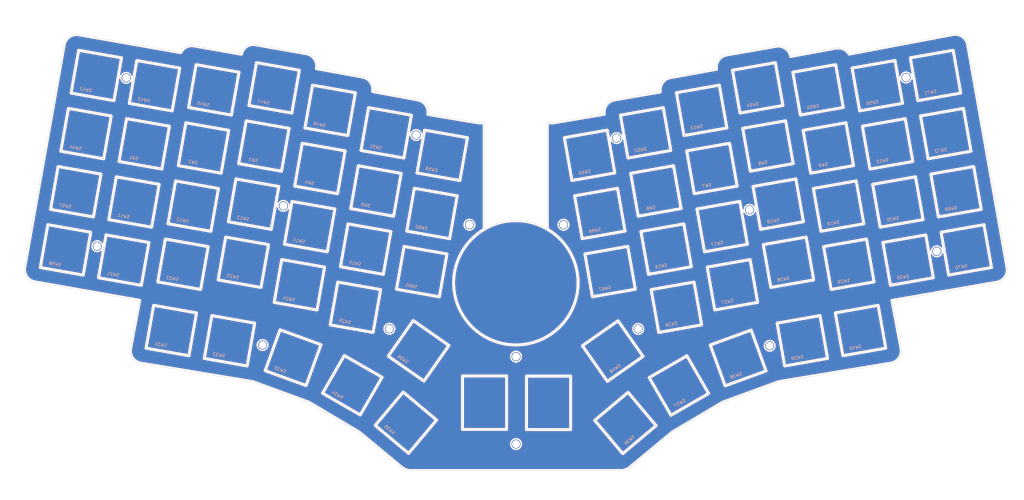
<source format=kicad_pcb>
(kicad_pcb (version 20211014) (generator pcbnew)
  (layers (0 "F.Cu" signal) (31 "B.Cu" signal) (34 "B.Paste" user) (35 "F.Paste" user) (36 "B.SilkS" user "B.Silkscreen") (37 "F.SilkS" user "F.Silkscreen") (38 "B.Mask" user) (39 "F.Mask" user) (44 "Edge.Cuts" user))
  (net 0 "")
  (footprint "fingerpunch-plates:switch-cutout-mx" (layer "F.Cu") (at 126.774152 124.627597 -10)
    (fp_text reference "SW2" (at -2.54 5.08 170) (layer "B.SilkS") (effects (justify mirror)))
    (fp_text value "SW_Push")
    (fp_line (start -7 5.6) (end -7 6.2) (layer "B.SilkS") (width 0.15))
    (fp_line (start -7 1.5) (end -7 2) (layer "B.SilkS") (width 0.15))
    (fp_line (start 7 -7) (end -7 -7) (layer "Edge.Cuts") (width 0.15))
    (fp_line (start -7 7) (end -7 -7) (layer "Edge.Cuts") (width 0.15))
    (fp_line (start 7 -7) (end 7 7) (layer "Edge.Cuts") (width 0.15))
    (fp_line (start -7 7) (end 7 7) (layer "Edge.Cuts") (width 0.15))
  )
  (footprint "fingerpunch-plates:switch-cutout-mx" (layer "F.Cu") (at 146.18009 123.987683 -10)
    (fp_text reference "SW3" (at -2.54 5.08 170) (layer "B.SilkS") (effects (justify mirror)))
    (fp_text value "SW_Push")
    (fp_line (start -7 5.6) (end -7 6.2) (layer "B.SilkS") (width 0.15))
    (fp_line (start -7 1.5) (end -7 2) (layer "B.SilkS") (width 0.15))
    (fp_line (start 7 -7) (end 7 7) (layer "Edge.Cuts") (width 0.15))
    (fp_line (start -7 7) (end 7 7) (layer "Edge.Cuts") (width 0.15))
    (fp_line (start 7 -7) (end -7 -7) (layer "Edge.Cuts") (width 0.15))
    (fp_line (start -7 7) (end -7 -7) (layer "Edge.Cuts") (width 0.15))
  )
  (footprint "fingerpunch-plates:switch-cutout-mx" (layer "F.Cu") (at 164.196842 131.226224 -10)
    (fp_text reference "SW4" (at -2.54 5.08 170) (layer "B.SilkS") (effects (justify mirror)))
    (fp_text value "SW_Push")
    (fp_line (start -7 5.6) (end -7 6.2) (layer "B.SilkS") (width 0.15))
    (fp_line (start -7 1.5) (end -7 2) (layer "B.SilkS") (width 0.15))
    (fp_line (start -7 7) (end 7 7) (layer "Edge.Cuts") (width 0.15))
    (fp_line (start 7 -7) (end -7 -7) (layer "Edge.Cuts") (width 0.15))
    (fp_line (start -7 7) (end -7 -7) (layer "Edge.Cuts") (width 0.15))
    (fp_line (start 7 -7) (end 7 7) (layer "Edge.Cuts") (width 0.15))
  )
  (footprint "fingerpunch-plates:switch-cutout-mx" (layer "F.Cu") (at 182.213597 138.464769 -10)
    (fp_text reference "SW5" (at -2.54 5.08 170) (layer "B.SilkS") (effects (justify mirror)))
    (fp_text value "SW_Push")
    (fp_line (start -7 1.5) (end -7 2) (layer "B.SilkS") (width 0.15))
    (fp_line (start -7 5.6) (end -7 6.2) (layer "B.SilkS") (width 0.15))
    (fp_line (start -7 7) (end 7 7) (layer "Edge.Cuts") (width 0.15))
    (fp_line (start 7 -7) (end -7 -7) (layer "Edge.Cuts") (width 0.15))
    (fp_line (start 7 -7) (end 7 7) (layer "Edge.Cuts") (width 0.15))
    (fp_line (start -7 7) (end -7 -7) (layer "Edge.Cuts") (width 0.15))
  )
  (footprint "fingerpunch-plates:switch-cutout-mx" (layer "F.Cu") (at 272.217944 138.460565 10)
    (fp_text reference "SW6" (at -2.54 5.08 190) (layer "B.SilkS") (effects (justify mirror)))
    (fp_text value "SW_Push")
    (fp_line (start -7 1.5) (end -7 2) (layer "B.SilkS") (width 0.15))
    (fp_line (start -7 5.6) (end -7 6.2) (layer "B.SilkS") (width 0.15))
    (fp_line (start -7 7) (end 7 7) (layer "Edge.Cuts") (width 0.15))
    (fp_line (start 7 -7) (end 7 7) (layer "Edge.Cuts") (width 0.15))
    (fp_line (start -7 7) (end -7 -7) (layer "Edge.Cuts") (width 0.15))
    (fp_line (start 7 -7) (end -7 -7) (layer "Edge.Cuts") (width 0.15))
  )
  (footprint "fingerpunch-plates:switch-cutout-mx" (layer "F.Cu") (at 290.234707 131.222025 10)
    (fp_text reference "SW7" (at -2.54 5.08 190) (layer "B.SilkS") (effects (justify mirror)))
    (fp_text value "SW_Push")
    (fp_line (start -7 1.5) (end -7 2) (layer "B.SilkS") (width 0.15))
    (fp_line (start -7 5.6) (end -7 6.2) (layer "B.SilkS") (width 0.15))
    (fp_line (start -7 7) (end 7 7) (layer "Edge.Cuts") (width 0.15))
    (fp_line (start 7 -7) (end 7 7) (layer "Edge.Cuts") (width 0.15))
    (fp_line (start -7 7) (end -7 -7) (layer "Edge.Cuts") (width 0.15))
    (fp_line (start 7 -7) (end -7 -7) (layer "Edge.Cuts") (width 0.15))
  )
  (footprint "fingerpunch-plates:switch-cutout-mx" (layer "F.Cu") (at 308.251466 123.983478 10)
    (fp_text reference "SW8" (at -2.54 5.08 190) (layer "B.SilkS") (effects (justify mirror)))
    (fp_text value "SW_Push")
    (fp_line (start -7 1.5) (end -7 2) (layer "B.SilkS") (width 0.15))
    (fp_line (start -7 5.6) (end -7 6.2) (layer "B.SilkS") (width 0.15))
    (fp_line (start 7 -7) (end -7 -7) (layer "Edge.Cuts") (width 0.15))
    (fp_line (start -7 7) (end -7 -7) (layer "Edge.Cuts") (width 0.15))
    (fp_line (start 7 -7) (end 7 7) (layer "Edge.Cuts") (width 0.15))
    (fp_line (start -7 7) (end 7 7) (layer "Edge.Cuts") (width 0.15))
  )
  (footprint "fingerpunch-plates:switch-cutout-mx" (layer "F.Cu") (at 327.657398 124.623395 10)
    (fp_text reference "SW9" (at -2.54 5.08 190) (layer "B.SilkS") (effects (justify mirror)))
    (fp_text value "SW_Push")
    (fp_line (start -7 1.5) (end -7 2) (layer "B.SilkS") (width 0.15))
    (fp_line (start -7 5.6) (end -7 6.2) (layer "B.SilkS") (width 0.15))
    (fp_line (start -7 7) (end 7 7) (layer "Edge.Cuts") (width 0.15))
    (fp_line (start -7 7) (end -7 -7) (layer "Edge.Cuts") (width 0.15))
    (fp_line (start 7 -7) (end 7 7) (layer "Edge.Cuts") (width 0.15))
    (fp_line (start 7 -7) (end -7 -7) (layer "Edge.Cuts") (width 0.15))
  )
  (footprint "fingerpunch-plates:switch-cutout-mx" (layer "F.Cu") (at 346.716044 123.293697 10)
    (fp_text reference "SW10" (at -2.54 5.08 190) (layer "B.SilkS") (effects (justify mirror)))
    (fp_text value "SW_Push")
    (fp_line (start -7 5.6) (end -7 6.2) (layer "B.SilkS") (width 0.15))
    (fp_line (start -7 1.5) (end -7 2) (layer "B.SilkS") (width 0.15))
    (fp_line (start -7 7) (end 7 7) (layer "Edge.Cuts") (width 0.15))
    (fp_line (start 7 -7) (end -7 -7) (layer "Edge.Cuts") (width 0.15))
    (fp_line (start -7 7) (end -7 -7) (layer "Edge.Cuts") (width 0.15))
    (fp_line (start 7 -7) (end 7 7) (layer "Edge.Cuts") (width 0.15))
  )
  (footprint "fingerpunch-plates:switch-cutout-mx" (layer "F.Cu") (at 104.416192 142.009236 -10)
    (fp_text reference "SW11" (at -2.54 5.08 170) (layer "B.SilkS") (effects (justify mirror)))
    (fp_text value "SW_Push")
    (fp_line (start -7 1.5) (end -7 2) (layer "B.SilkS") (width 0.15))
    (fp_line (start -7 5.6) (end -7 6.2) (layer "B.SilkS") (width 0.15))
    (fp_line (start 7 -7) (end 7 7) (layer "Edge.Cuts") (width 0.15))
    (fp_line (start -7 7) (end 7 7) (layer "Edge.Cuts") (width 0.15))
    (fp_line (start 7 -7) (end -7 -7) (layer "Edge.Cuts") (width 0.15))
    (fp_line (start -7 7) (end -7 -7) (layer "Edge.Cuts") (width 0.15))
  )
  (footprint "fingerpunch-plates:switch-cutout-mx" (layer "F.Cu") (at 123.474834 143.338936 -10)
    (fp_text reference "SW12" (at -2.54 5.08 170) (layer "B.SilkS") (effects (justify mirror)))
    (fp_text value "SW_Push")
    (fp_line (start -7 5.6) (end -7 6.2) (layer "B.SilkS") (width 0.15))
    (fp_line (start -7 1.5) (end -7 2) (layer "B.SilkS") (width 0.15))
    (fp_line (start -7 7) (end -7 -7) (layer "Edge.Cuts") (width 0.15))
    (fp_line (start 7 -7) (end 7 7) (layer "Edge.Cuts") (width 0.15))
    (fp_line (start -7 7) (end 7 7) (layer "Edge.Cuts") (width 0.15))
    (fp_line (start 7 -7) (end -7 -7) (layer "Edge.Cuts") (width 0.15))
  )
  (footprint "fingerpunch-plates:switch-cutout-mx" (layer "F.Cu") (at 142.880777 142.699023 -10)
    (fp_text reference "SW13" (at -2.54 5.08 170) (layer "B.SilkS") (effects (justify mirror)))
    (fp_text value "SW_Push")
    (fp_line (start -7 1.5) (end -7 2) (layer "B.SilkS") (width 0.15))
    (fp_line (start -7 5.6) (end -7 6.2) (layer "B.SilkS") (width 0.15))
    (fp_line (start 7 -7) (end 7 7) (layer "Edge.Cuts") (width 0.15))
    (fp_line (start -7 7) (end 7 7) (layer "Edge.Cuts") (width 0.15))
    (fp_line (start 7 -7) (end -7 -7) (layer "Edge.Cuts") (width 0.15))
    (fp_line (start -7 7) (end -7 -7) (layer "Edge.Cuts") (width 0.15))
  )
  (footprint "fingerpunch-plates:switch-cutout-mx" (layer "F.Cu") (at 160.897528 149.937574 -10)
    (fp_text reference "SW14" (at -2.54 5.08 170) (layer "B.SilkS") (effects (justify mirror)))
    (fp_text value "SW_Push")
    (fp_line (start -7 5.6) (end -7 6.2) (layer "B.SilkS") (width 0.15))
    (fp_line (start -7 1.5) (end -7 2) (layer "B.SilkS") (width 0.15))
    (fp_line (start -7 7) (end -7 -7) (layer "Edge.Cuts") (width 0.15))
    (fp_line (start -7 7) (end 7 7) (layer "Edge.Cuts") (width 0.15))
    (fp_line (start 7 -7) (end -7 -7) (layer "Edge.Cuts") (width 0.15))
    (fp_line (start 7 -7) (end 7 7) (layer "Edge.Cuts") (width 0.15))
  )
  (footprint "fingerpunch-plates:switch-cutout-mx" (layer "F.Cu") (at 178.914286 157.176126 -10)
    (fp_text reference "SW15" (at -2.54 5.08 170) (layer "B.SilkS") (effects (justify mirror)))
    (fp_text value "SW_Push")
    (fp_line (start -7 1.5) (end -7 2) (layer "B.SilkS") (width 0.15))
    (fp_line (start -7 5.6) (end -7 6.2) (layer "B.SilkS") (width 0.15))
    (fp_line (start 7 -7) (end -7 -7) (layer "Edge.Cuts") (width 0.15))
    (fp_line (start -7 7) (end -7 -7) (layer "Edge.Cuts") (width 0.15))
    (fp_line (start 7 -7) (end 7 7) (layer "Edge.Cuts") (width 0.15))
    (fp_line (start -7 7) (end 7 7) (layer "Edge.Cuts") (width 0.15))
  )
  (footprint "fingerpunch-plates:switch-cutout-mx" (layer "F.Cu") (at 275.517263 157.171917 10)
    (fp_text reference "SW16" (at -2.54 5.08 190) (layer "B.SilkS") (effects (justify mirror)))
    (fp_text value "SW_Push")
    (fp_line (start -7 1.5) (end -7 2) (layer "B.SilkS") (width 0.15))
    (fp_line (start -7 5.6) (end -7 6.2) (layer "B.SilkS") (width 0.15))
    (fp_line (start 7 -7) (end 7 7) (layer "Edge.Cuts") (width 0.15))
    (fp_line (start -7 7) (end -7 -7) (layer "Edge.Cuts") (width 0.15))
    (fp_line (start -7 7) (end 7 7) (layer "Edge.Cuts") (width 0.15))
    (fp_line (start 7 -7) (end -7 -7) (layer "Edge.Cuts") (width 0.15))
  )
  (footprint "fingerpunch-plates:switch-cutout-mx" (layer "F.Cu") (at 293.534023 149.933374 10)
    (fp_text reference "SW17" (at -2.54 5.08 190) (layer "B.SilkS") (effects (justify mirror)))
    (fp_text value "SW_Push")
    (fp_line (start -7 5.6) (end -7 6.2) (layer "B.SilkS") (width 0.15))
    (fp_line (start -7 1.5) (end -7 2) (layer "B.SilkS") (width 0.15))
    (fp_line (start -7 7) (end -7 -7) (layer "Edge.Cuts") (width 0.15))
    (fp_line (start -7 7) (end 7 7) (layer "Edge.Cuts") (width 0.15))
    (fp_line (start 7 -7) (end -7 -7) (layer "Edge.Cuts") (width 0.15))
    (fp_line (start 7 -7) (end 7 7) (layer "Edge.Cuts") (width 0.15))
  )
  (footprint "fingerpunch-plates:switch-cutout-mx" (layer "F.Cu") (at 311.550773 142.694821 10)
    (fp_text reference "SW18" (at -2.54 5.08 190) (layer "B.SilkS") (effects (justify mirror)))
    (fp_text value "SW_Push")
    (fp_line (start -7 1.5) (end -7 2) (layer "B.SilkS") (width 0.15))
    (fp_line (start -7 5.6) (end -7 6.2) (layer "B.SilkS") (width 0.15))
    (fp_line (start -7 7) (end 7 7) (layer "Edge.Cuts") (width 0.15))
    (fp_line (start -7 7) (end -7 -7) (layer "Edge.Cuts") (width 0.15))
    (fp_line (start 7 -7) (end -7 -7) (layer "Edge.Cuts") (width 0.15))
    (fp_line (start 7 -7) (end 7 7) (layer "Edge.Cuts") (width 0.15))
  )
  (footprint "fingerpunch-plates:switch-cutout-mx" (layer "F.Cu") (at 330.956722 143.33474 10)
    (fp_text reference "SW19" (at -2.54 5.08 190) (layer "B.SilkS") (effects (justify mirror)))
    (fp_text value "SW_Push")
    (fp_line (start -7 5.6) (end -7 6.2) (layer "B.SilkS") (width 0.15))
    (fp_line (start -7 1.5) (end -7 2) (layer "B.SilkS") (width 0.15))
    (fp_line (start -7 7) (end 7 7) (layer "Edge.Cuts") (width 0.15))
    (fp_line (start -7 7) (end -7 -7) (layer "Edge.Cuts") (width 0.15))
    (fp_line (start 7 -7) (end 7 7) (layer "Edge.Cuts") (width 0.15))
    (fp_line (start 7 -7) (end -7 -7) (layer "Edge.Cuts") (width 0.15))
  )
  (footprint "fingerpunch-plates:switch-cutout-mx" (layer "F.Cu") (at 350.015356 142.00504 10)
    (fp_text reference "SW20" (at -2.54 5.08 190) (layer "B.SilkS") (effects (justify mirror)))
    (fp_text value "SW_Push")
    (fp_line (start -7 5.6) (end -7 6.2) (layer "B.SilkS") (width 0.15))
    (fp_line (start -7 1.5) (end -7 2) (layer "B.SilkS") (width 0.15))
    (fp_line (start 7 -7) (end 7 7) (layer "Edge.Cuts") (width 0.15))
    (fp_line (start -7 7) (end -7 -7) (layer "Edge.Cuts") (width 0.15))
    (fp_line (start -7 7) (end 7 7) (layer "Edge.Cuts") (width 0.15))
    (fp_line (start 7 -7) (end -7 -7) (layer "Edge.Cuts") (width 0.15))
  )
  (footprint "fingerpunch-plates:switch-cutout-mx" (layer "F.Cu") (at 101.116872 160.720587 -10)
    (fp_text reference "SW21" (at -2.54 5.08 170) (layer "B.SilkS") (effects (justify mirror)))
    (fp_text value "SW_Push")
    (fp_line (start -7 5.6) (end -7 6.2) (layer "B.SilkS") (width 0.15))
    (fp_line (start -7 1.5) (end -7 2) (layer "B.SilkS") (width 0.15))
    (fp_line (start -7 7) (end -7 -7) (layer "Edge.Cuts") (width 0.15))
    (fp_line (start 7 -7) (end -7 -7) (layer "Edge.Cuts") (width 0.15))
    (fp_line (start 7 -7) (end 7 7) (layer "Edge.Cuts") (width 0.15))
    (fp_line (start -7 7) (end 7 7) (layer "Edge.Cuts") (width 0.15))
  )
  (footprint "fingerpunch-plates:switch-cutout-mx" (layer "F.Cu") (at 120.175522 162.050287 -10)
    (fp_text reference "SW22" (at -2.54 5.08 170) (layer "B.SilkS") (effects (justify mirror)))
    (fp_text value "SW_Push")
    (fp_line (start -7 5.6) (end -7 6.2) (layer "B.SilkS") (width 0.15))
    (fp_line (start -7 1.5) (end -7 2) (layer "B.SilkS") (width 0.15))
    (fp_line (start 7 -7) (end -7 -7) (layer "Edge.Cuts") (width 0.15))
    (fp_line (start 7 -7) (end 7 7) (layer "Edge.Cuts") (width 0.15))
    (fp_line (start -7 7) (end -7 -7) (layer "Edge.Cuts") (width 0.15))
    (fp_line (start -7 7) (end 7 7) (layer "Edge.Cuts") (width 0.15))
  )
  (footprint "fingerpunch-plates:switch-cutout-mx" (layer "F.Cu") (at 139.58146 161.410366 -10)
    (fp_text reference "SW23" (at -2.54 5.08 170) (layer "B.SilkS") (effects (justify mirror)))
    (fp_text value "SW_Push")
    (fp_line (start -7 5.6) (end -7 6.2) (layer "B.SilkS") (width 0.15))
    (fp_line (start -7 1.5) (end -7 2) (layer "B.SilkS") (width 0.15))
    (fp_line (start -7 7) (end -7 -7) (layer "Edge.Cuts") (width 0.15))
    (fp_line (start -7 7) (end 7 7) (layer "Edge.Cuts") (width 0.15))
    (fp_line (start 7 -7) (end -7 -7) (layer "Edge.Cuts") (width 0.15))
    (fp_line (start 7 -7) (end 7 7) (layer "Edge.Cuts") (width 0.15))
  )
  (footprint "fingerpunch-plates:switch-cutout-mx" (layer "F.Cu") (at 157.598212 168.648912 -10)
    (fp_text reference "SW24" (at -2.54 5.08 170) (layer "B.SilkS") (effects (justify mirror)))
    (fp_text value "SW_Push")
    (fp_line (start -7 5.6) (end -7 6.2) (layer "B.SilkS") (width 0.15))
    (fp_line (start -7 1.5) (end -7 2) (layer "B.SilkS") (width 0.15))
    (fp_line (start 7 -7) (end 7 7) (layer "Edge.Cuts") (width 0.15))
    (fp_line (start -7 7) (end -7 -7) (layer "Edge.Cuts") (width 0.15))
    (fp_line (start -7 7) (end 7 7) (layer "Edge.Cuts") (width 0.15))
    (fp_line (start 7 -7) (end -7 -7) (layer "Edge.Cuts") (width 0.15))
  )
  (footprint "fingerpunch-plates:switch-cutout-mx" (layer "F.Cu") (at 175.614972 175.887463 -10)
    (fp_text reference "SW25" (at -2.54 5.08 170) (layer "B.SilkS") (effects (justify mirror)))
    (fp_text value "SW_Push")
    (fp_line (start -7 5.6) (end -7 6.2) (layer "B.SilkS") (width 0.15))
    (fp_line (start -7 1.5) (end -7 2) (layer "B.SilkS") (width 0.15))
    (fp_line (start 7 -7) (end 7 7) (layer "Edge.Cuts") (width 0.15))
    (fp_line (start -7 7) (end -7 -7) (layer "Edge.Cuts") (width 0.15))
    (fp_line (start 7 -7) (end -7 -7) (layer "Edge.Cuts") (width 0.15))
    (fp_line (start -7 7) (end 7 7) (layer "Edge.Cuts") (width 0.15))
  )
  (footprint "fingerpunch-plates:switch-cutout-mx" (layer "F.Cu") (at 278.816589 175.883267 10)
    (fp_text reference "SW26" (at -2.54 5.08 190) (layer "B.SilkS") (effects (justify mirror)))
    (fp_text value "SW_Push")
    (fp_line (start -7 5.6) (end -7 6.2) (layer "B.SilkS") (width 0.15))
    (fp_line (start -7 1.5) (end -7 2) (layer "B.SilkS") (width 0.15))
    (fp_line (start -7 7) (end -7 -7) (layer "Edge.Cuts") (width 0.15))
    (fp_line (start -7 7) (end 7 7) (layer "Edge.Cuts") (width 0.15))
    (fp_line (start 7 -7) (end 7 7) (layer "Edge.Cuts") (width 0.15))
    (fp_line (start 7 -7) (end -7 -7) (layer "Edge.Cuts") (width 0.15))
  )
  (footprint "fingerpunch-plates:switch-cutout-mx" (layer "F.Cu") (at 296.833333 168.644718 10)
    (fp_text reference "SW27" (at -2.54 5.08 190) (layer "B.SilkS") (effects (justify mirror)))
    (fp_text value "SW_Push")
    (fp_line (start -7 1.5) (end -7 2) (layer "B.SilkS") (width 0.15))
    (fp_line (start -7 5.6) (end -7 6.2) (layer "B.SilkS") (width 0.15))
    (fp_line (start 7 -7) (end 7 7) (layer "Edge.Cuts") (width 0.15))
    (fp_line (start -7 7) (end -7 -7) (layer "Edge.Cuts") (width 0.15))
    (fp_line (start 7 -7) (end -7 -7) (layer "Edge.Cuts") (width 0.15))
    (fp_line (start -7 7) (end 7 7) (layer "Edge.Cuts") (width 0.15))
  )
  (footprint "fingerpunch-plates:switch-cutout-mx" (layer "F.Cu") (at 314.850088 161.406176 10)
    (fp_text reference "SW28" (at -2.54 5.08 190) (layer "B.SilkS") (effects (justify mirror)))
    (fp_text value "SW_Push")
    (fp_line (start -7 5.6) (end -7 6.2) (layer "B.SilkS") (width 0.15))
    (fp_line (start -7 1.5) (end -7 2) (layer "B.SilkS") (width 0.15))
    (fp_line (start -7 7) (end 7 7) (layer "Edge.Cuts") (width 0.15))
    (fp_line (start 7 -7) (end 7 7) (layer "Edge.Cuts") (width 0.15))
    (fp_line (start 7 -7) (end -7 -7) (layer "Edge.Cuts") (width 0.15))
    (fp_line (start -7 7) (end -7 -7) (layer "Edge.Cuts") (width 0.15))
  )
  (footprint "fingerpunch-plates:switch-cutout-mx" (layer "F.Cu") (at 334.256032 162.046088 10)
    (fp_text reference "SW29" (at -2.54 5.08 190) (layer "B.SilkS") (effects (justify mirror)))
    (fp_text value "SW_Push")
    (fp_line (start -7 5.6) (end -7 6.2) (layer "B.SilkS") (width 0.15))
    (fp_line (start -7 1.5) (end -7 2) (layer "B.SilkS") (width 0.15))
    (fp_line (start -7 7) (end 7 7) (layer "Edge.Cuts") (width 0.15))
    (fp_line (start 7 -7) (end 7 7) (layer "Edge.Cuts") (width 0.15))
    (fp_line (start 7 -7) (end -7 -7) (layer "Edge.Cuts") (width 0.15))
    (fp_line (start -7 7) (end -7 -7) (layer "Edge.Cuts") (width 0.15))
  )
  (footprint "fingerpunch-plates:switch-cutout-mx" (layer "F.Cu") (at 353.314669 160.716386 10)
    (fp_text reference "SW30" (at -2.54 5.08 190) (layer "B.SilkS") (effects (justify mirror)))
    (fp_text value "SW_Push")
    (fp_line (start -7 1.5) (end -7 2) (layer "B.SilkS") (width 0.15))
    (fp_line (start -7 5.6) (end -7 6.2) (layer "B.SilkS") (width 0.15))
    (fp_line (start 7 -7) (end -7 -7) (layer "Edge.Cuts") (width 0.15))
    (fp_line (start -7 7) (end 7 7) (layer "Edge.Cuts") (width 0.15))
    (fp_line (start 7 -7) (end 7 7) (layer "Edge.Cuts") (width 0.15))
    (fp_line (start -7 7) (end -7 -7) (layer "Edge.Cuts") (width 0.15))
  )
  (footprint "fingerpunch-plates:switch-cutout-mx" (layer "F.Cu") (at 116.414301 183.381224 -10)
    (fp_text reference "SW31" (at -2.54 5.08 170) (layer "B.SilkS") (effects (justify mirror)))
    (fp_text value "SW_Push")
    (fp_line (start -7 5.6) (end -7 6.2) (layer "B.SilkS") (width 0.15))
    (fp_line (start -7 1.5) (end -7 2) (layer "B.SilkS") (width 0.15))
    (fp_line (start -7 7) (end 7 7) (layer "Edge.Cuts") (width 0.15))
    (fp_line (start -7 7) (end -7 -7) (layer "Edge.Cuts") (width 0.15))
    (fp_line (start 7 -7) (end -7 -7) (layer "Edge.Cuts") (width 0.15))
    (fp_line (start 7 -7) (end 7 7) (layer "Edge.Cuts") (width 0.15))
  )
  (footprint "fingerpunch-plates:switch-cutout-mx" (layer "F.Cu") (at 135.125646 186.680538 -10)
    (fp_text reference "SW32" (at -2.54 5.08 170) (layer "B.SilkS") (effects (justify mirror)))
    (fp_text value "SW_Push")
    (fp_line (start -7 5.6) (end -7 6.2) (layer "B.SilkS") (width 0.15))
    (fp_line (start -7 1.5) (end -7 2) (layer "B.SilkS") (width 0.15))
    (fp_line (start -7 7) (end 7 7) (layer "Edge.Cuts") (width 0.15))
    (fp_line (start 7 -7) (end 7 7) (layer "Edge.Cuts") (width 0.15))
    (fp_line (start -7 7) (end -7 -7) (layer "Edge.Cuts") (width 0.15))
    (fp_line (start 7 -7) (end -7 -7) (layer "Edge.Cuts") (width 0.15))
  )
  (footprint "fingerpunch-plates:switch-cutout-mx" (layer "F.Cu") (at 155.567905 192.112817 -20)
    (fp_text reference "SW33" (at -2.54 5.08 160) (layer "B.SilkS") (effects (justify mirror)))
    (fp_text value "SW_Push")
    (fp_line (start -7 5.6) (end -7 6.2) (layer "B.SilkS") (width 0.15))
    (fp_line (start -7 1.5) (end -7 2) (layer "B.SilkS") (width 0.15))
    (fp_line (start 7 -7) (end 7 7) (layer "Edge.Cuts") (width 0.15))
    (fp_line (start -7 7) (end -7 -7) (layer "Edge.Cuts") (width 0.15))
    (fp_line (start 7 -7) (end -7 -7) (layer "Edge.Cuts") (width 0.15))
    (fp_line (start -7 7) (end 7 7) (layer "Edge.Cuts") (width 0.15))
  )
  (footprint "fingerpunch-plates:switch-cutout-mx" (layer "F.Cu") (at 262.419939 213.129923 40)
    (fp_text reference "SW36" (at -2.54 5.08 220) (layer "B.SilkS") (effects (justify mirror)))
    (fp_text value "SW_Push")
    (fp_line (start -7 5.6) (end -7 6.2) (layer "B.SilkS") (width 0.15))
    (fp_line (start -7 1.5) (end -7 2) (layer "B.SilkS") (width 0.15))
    (fp_line (start -7 7) (end 7 7) (layer "Edge.Cuts") (width 0.15))
    (fp_line (start 7 -7) (end -7 -7) (layer "Edge.Cuts") (width 0.15))
    (fp_line (start 7 -7) (end 7 7) (layer "Edge.Cuts") (width 0.15))
    (fp_line (start -7 7) (end -7 -7) (layer "Edge.Cuts") (width 0.15))
  )
  (footprint "fingerpunch-plates:switch-cutout-mx" (layer "F.Cu") (at 279.622135 201.084819 30)
    (fp_text reference "SW37" (at -2.54 5.08 210) (layer "B.SilkS") (effects (justify mirror)))
    (fp_text value "SW_Push")
    (fp_line (start -7 1.5) (end -7 2) (layer "B.SilkS") (width 0.15))
    (fp_line (start -7 5.6) (end -7 6.2) (layer "B.SilkS") (width 0.15))
    (fp_line (start -7 7) (end 7 7) (layer "Edge.Cuts") (width 0.15))
    (fp_line (start 7 -7) (end 7 7) (layer "Edge.Cuts") (width 0.15))
    (fp_line (start 7 -7) (end -7 -7) (layer "Edge.Cuts") (width 0.15))
    (fp_line (start -7 7) (end -7 -7) (layer "Edge.Cuts") (width 0.15))
  )
  (footprint "fingerpunch-plates:switch-cutout-mx" (layer "F.Cu") (at 298.668056 192.206233 20)
    (fp_text reference "SW38" (at -2.54 5.08 200) (layer "B.SilkS") (effects (justify mirror)))
    (fp_text value "SW_Push")
    (fp_line (start -7 5.6) (end -7 6.2) (layer "B.SilkS") (width 0.15))
    (fp_line (start -7 1.5) (end -7 2) (layer "B.SilkS") (width 0.15))
    (fp_line (start -7 7) (end -7 -7) (layer "Edge.Cuts") (width 0.15))
    (fp_line (start 7 -7) (end -7 -7) (layer "Edge.Cuts") (width 0.15))
    (fp_line (start -7 7) (end 7 7) (layer "Edge.Cuts") (width 0.15))
    (fp_line (start 7 -7) (end 7 7) (layer "Edge.Cuts") (width 0.15))
  )
  (footprint "fingerpunch-plates:switch-cutout-mx" (layer "F.Cu") (at 319.305902 186.676344 10)
    (fp_text reference "SW39" (at -2.54 5.08 190) (layer "B.SilkS") (effects (justify mirror)))
    (fp_text value "SW_Push")
    (fp_line (start -7 1.5) (end -7 2) (layer "B.SilkS") (width 0.15))
    (fp_line (start -7 5.6) (end -7 6.2) (layer "B.SilkS") (width 0.15))
    (fp_line (start 7 -7) (end -7 -7) (layer "Edge.Cuts") (width 0.15))
    (fp_line (start 7 -7) (end 7 7) (layer "Edge.Cuts") (width 0.15))
    (fp_line (start -7 7) (end 7 7) (layer "Edge.Cuts") (width 0.15))
    (fp_line (start -7 7) (end -7 -7) (layer "Edge.Cuts") (width 0.15))
  )
  (footprint "fingerpunch-plates:switch-cutout-mx" (layer "F.Cu") (at 338.017252 183.377025 10)
    (fp_text reference "SW40" (at -2.54 5.08 190) (layer "B.SilkS") (effects (justify mirror)))
    (fp_text value "SW_Push")
    (fp_line (start -7 1.5) (end -7 2) (layer "B.SilkS") (width 0.15))
    (fp_line (start -7 5.6) (end -7 6.2) (layer "B.SilkS") (width 0.15))
    (fp_line (start -7 7) (end -7 -7) (layer "Edge.Cuts") (width 0.15))
    (fp_line (start 7 -7) (end -7 -7) (layer "Edge.Cuts") (width 0.15))
    (fp_line (start 7 -7) (end 7 7) (layer "Edge.Cuts") (width 0.15))
    (fp_line (start -7 7) (end 7 7) (layer "Edge.Cuts") (width 0.15))
  )
  (footprint "fingerpunch-plates:switch-cutout-mx" (layer "F.Cu") (at 107.715506 123.297886 -10)
    (fp_text reference "SW1" (at -2.54 5.08 170) (layer "B.SilkS") (effects (justify mirror)))
    (fp_text value "SW_Push")
    (fp_line (start -7 1.5) (end -7 2) (layer "B.SilkS") (width 0.15))
    (fp_line (start -7 5.6) (end -7 6.2) (layer "B.SilkS") (width 0.15))
    (fp_line (start 7 -7) (end 7 7) (layer "Edge.Cuts") (width 0.15))
    (fp_line (start 7 -7) (end -7 -7) (layer "Edge.Cuts") (width 0.15))
    (fp_line (start -7 7) (end -7 -7) (layer "Edge.Cuts") (width 0.15))
    (fp_line (start -7 7) (end 7 7) (layer "Edge.Cuts") (width 0.15))
  )
  (footprint "fingerpunch-plates:switch-cutout-mx" (layer "F.Cu") (at 111.014822 104.586544 -10)
    (fp_text reference "SW43" (at -2.54 5.08 170) (layer "B.SilkS") (effects (justify mirror)))
    (fp_text value "SW_Push")
    (fp_line (start -7 1.5) (end -7 2) (layer "B.SilkS") (width 0.15))
    (fp_line (start -7 5.6) (end -7 6.2) (layer "B.SilkS") (width 0.15))
    (fp_line (start 7 -7) (end -7 -7) (layer "Edge.Cuts") (width 0.15))
    (fp_line (start 7 -7) (end 7 7) (layer "Edge.Cuts") (width 0.15))
    (fp_line (start -7 7) (end -7 -7) (layer "Edge.Cuts") (width 0.15))
    (fp_line (start -7 7) (end 7 7) (layer "Edge.Cuts") (width 0.15))
  )
  (footprint "fingerpunch-plates:switch-cutout-mx" (layer "F.Cu") (at 130.073467 105.91625 -10)
    (fp_text reference "SW45" (at -2.54 5.08 170) (layer "B.SilkS") (effects (justify mirror)))
    (fp_text value "SW_Push")
    (fp_line (start -7 1.5) (end -7 2) (layer "B.SilkS") (width 0.15))
    (fp_line (start -7 5.6) (end -7 6.2) (layer "B.SilkS") (width 0.15))
    (fp_line (start -7 7) (end -7 -7) (layer "Edge.Cuts") (width 0.15))
    (fp_line (start 7 -7) (end -7 -7) (layer "Edge.Cuts") (width 0.15))
    (fp_line (start 7 -7) (end 7 7) (layer "Edge.Cuts") (width 0.15))
    (fp_line (start -7 7) (end 7 7) (layer "Edge.Cuts") (width 0.15))
  )
  (footprint "fingerpunch-plates:switch-cutout-mx" (layer "F.Cu") (at 149.479406 105.276331 -10)
    (fp_text reference "SW47" (at -2.54 5.08 170) (layer "B.SilkS") (effects (justify mirror)))
    (fp_text value "SW_Push")
    (fp_line (start -7 1.5) (end -7 2) (layer "B.SilkS") (width 0.15))
    (fp_line (start -7 5.6) (end -7 6.2) (layer "B.SilkS") (width 0.15))
    (fp_line (start -7 7) (end -7 -7) (layer "Edge.Cuts") (width 0.15))
    (fp_line (start 7 -7) (end -7 -7) (layer "Edge.Cuts") (width 0.15))
    (fp_line (start 7 -7) (end 7 7) (layer "Edge.Cuts") (width 0.15))
    (fp_line (start -7 7) (end 7 7) (layer "Edge.Cuts") (width 0.15))
  )
  (footprint "fingerpunch-plates:switch-cutout-mx" (layer "F.Cu") (at 258.33921 189.986939 35)
    (fp_text reference "SW48" (at -2.54 5.08 215) (layer "B.SilkS") (effects (justify mirror)))
    (fp_text value "SW_Push")
    (fp_line (start -7 5.6) (end -7 6.2) (layer "B.SilkS") (width 0.15))
    (fp_line (start -7 1.5) (end -7 2) (layer "B.SilkS") (width 0.15))
    (fp_line (start -7 7) (end 7 7) (layer "Edge.Cuts") (width 0.15))
    (fp_line (start 7 -7) (end -7 -7) (layer "Edge.Cuts") (width 0.15))
    (fp_line (start -7 7) (end -7 -7) (layer "Edge.Cuts") (width 0.15))
    (fp_line (start 7 -7) (end 7 7) (layer "Edge.Cuts") (width 0.15))
  )
  (footprint "fingerpunch-plates:switch-cutout-mx" (layer "F.Cu") (at 167.496152 112.514878 -10)
    (fp_text reference "SW49" (at -2.54 5.08 170) (layer "B.SilkS") (effects (justify mirror)))
    (fp_text value "SW_Push")
    (fp_line (start -7 5.6) (end -7 6.2) (layer "B.SilkS") (width 0.15))
    (fp_line (start -7 1.5) (end -7 2) (layer "B.SilkS") (width 0.15))
    (fp_line (start -7 7) (end 7 7) (layer "Edge.Cuts") (width 0.15))
    (fp_line (start 7 -7) (end 7 7) (layer "Edge.Cuts") (width 0.15))
    (fp_line (start -7 7) (end -7 -7) (layer "Edge.Cuts") (width 0.15))
    (fp_line (start 7 -7) (end -7 -7) (layer "Edge.Cuts") (width 0.15))
  )
  (footprint "fingerpunch-plates:switch-cutout-mx" (layer "F.Cu") (at 343.416731 104.582347 10)
    (fp_text reference "SW50" (at -2.54 5.08 190) (layer "B.SilkS") (effects (justify mirror)))
    (fp_text value "SW_Push")
    (fp_line (start -7 1.5) (end -7 2) (layer "B.SilkS") (width 0.15))
    (fp_line (start -7 5.6) (end -7 6.2) (layer "B.SilkS") (width 0.15))
    (fp_line (start -7 7) (end -7 -7) (layer "Edge.Cuts") (width 0.15))
    (fp_line (start -7 7) (end 7 7) (layer "Edge.Cuts") (width 0.15))
    (fp_line (start 7 -7) (end -7 -7) (layer "Edge.Cuts") (width 0.15))
    (fp_line (start 7 -7) (end 7 7) (layer "Edge.Cuts") (width 0.15))
  )
  (footprint "fingerpunch-plates:switch-cutout-mx" (layer "F.Cu") (at 268.918641 119.749219 10)
    (fp_text reference "SW52" (at -2.54 5.08 190) (layer "B.SilkS") (effects (justify mirror)))
    (fp_text value "SW_Push")
    (fp_line (start -7 5.6) (end -7 6.2) (layer "B.SilkS") (width 0.15))
    (fp_line (start -7 1.5) (end -7 2) (layer "B.SilkS") (width 0.15))
    (fp_line (start 7 -7) (end -7 -7) (layer "Edge.Cuts") (width 0.15))
    (fp_line (start -7 7) (end 7 7) (layer "Edge.Cuts") (width 0.15))
    (fp_line (start 7 -7) (end 7 7) (layer "Edge.Cuts") (width 0.15))
    (fp_line (start -7 7) (end -7 -7) (layer "Edge.Cuts") (width 0.15))
  )
  (footprint "fingerpunch-plates:switch-cutout-mx" (layer "F.Cu") (at 286.935399 112.51068 10)
    (fp_text reference "SW53" (at -2.54 5.08 190) (layer "B.SilkS") (effects (justify mirror)))
    (fp_text value "SW_Push")
    (fp_line (start -7 5.6) (end -7 6.2) (layer "B.SilkS") (width 0.15))
    (fp_line (start -7 1.5) (end -7 2) (layer "B.SilkS") (width 0.15))
    (fp_line (start 7 -7) (end 7 7) (layer "Edge.Cuts") (width 0.15))
    (fp_line (start -7 7) (end -7 -7) (layer "Edge.Cuts") (width 0.15))
    (fp_line (start 7 -7) (end -7 -7) (layer "Edge.Cuts") (width 0.15))
    (fp_line (start -7 7) (end 7 7) (layer "Edge.Cuts") (width 0.15))
  )
  (footprint "fingerpunch-plates:switch-cutout-mx" (layer "F.Cu") (at 304.952143 105.272139 10)
    (fp_text reference "SW54" (at -2.54 5.08 190) (layer "B.SilkS") (effects (justify mirror)))
    (fp_text value "SW_Push")
    (fp_line (start -7 1.5) (end -7 2) (layer "B.SilkS") (width 0.15))
    (fp_line (start -7 5.6) (end -7 6.2) (layer "B.SilkS") (width 0.15))
    (fp_line (start 7 -7) (end -7 -7) (layer "Edge.Cuts") (width 0.15))
    (fp_line (start -7 7) (end -7 -7) (layer "Edge.Cuts") (width 0.15))
    (fp_line (start 7 -7) (end 7 7) (layer "Edge.Cuts") (width 0.15))
    (fp_line (start -7 7) (end 7 7) (layer "Edge.Cuts") (width 0.15))
  )
  (footprint "fingerpunch-plates:switch-cutout-mx" (layer "F.Cu") (at 324.358086 105.912054 10)
    (fp_text reference "SW55" (at -2.54 5.08 190) (layer "B.SilkS") (effects (justify mirror)))
    (fp_text value "SW_Push")
    (fp_line (start -7 5.6) (end -7 6.2) (layer "B.SilkS") (width 0.15))
    (fp_line (start -7 1.5) (end -7 2) (layer "B.SilkS") (width 0.15))
    (fp_line (start 7 -7) (end -7 -7) (layer "Edge.Cuts") (width 0.15))
    (fp_line (start 7 -7) (end 7 7) (layer "Edge.Cuts") (width 0.15))
    (fp_line (start -7 7) (end 7 7) (layer "Edge.Cuts") (width 0.15))
    (fp_line (start -7 7) (end -7 -7) (layer "Edge.Cuts") (width 0.15))
  )
  (footprint "fingerpunch-plates:switch-cutout-mx" (layer "F.Cu") (at 185.512913 119.753423 -10)
    (fp_text reference "SW51" (at -2.54 5.08 170) (layer "B.SilkS") (effects (justify mirror)))
    (fp_text value "SW_Push")
    (fp_line (start -7 1.5) (end -7 2) (layer "B.SilkS") (width 0.15))
    (fp_line (start -7 5.6) (end -7 6.2) (layer "B.SilkS") (width 0.15))
    (fp_line (start -7 7) (end -7 -7) (layer "Edge.Cuts") (width 0.15))
    (fp_line (start 7 -7) (end -7 -7) (layer "Edge.Cuts") (width 0.15))
    (fp_line (start -7 7) (end 7 7) (layer "Edge.Cuts") (width 0.15))
    (fp_line (start 7 -7) (end 7 7) (layer "Edge.Cuts") (width 0.15))
  )
  (footprint "fingerpunch-plates:switch-cutout-mx" (layer "F.Cu") (at 92.303477 101.287232 -10)
    (fp_text reference "SW42" (at -2.54 5.08 170) (layer "B.SilkS") (effects (justify mirror)))
    (fp_text value "SW_Push")
    (fp_line (start -7 5.6) (end -7 6.2) (layer "B.SilkS") (width 0.15))
    (fp_line (start -7 1.5) (end -7 2) (layer "B.SilkS") (width 0.15))
    (fp_line (start -7 7) (end 7 7) (layer "Edge.Cuts") (width 0.15))
    (fp_line (start 7 -7) (end -7 -7) (layer "Edge.Cuts") (width 0.15))
    (fp_line (start 7 -7) (end 7 7) (layer "Edge.Cuts") (width 0.15))
    (fp_line (start -7 7) (end -7 -7) (layer "Edge.Cuts") (width 0.15))
  )
  (footprint "fingerpunch-plates:switch-cutout-mx" (layer "F.Cu") (at 89.00416 119.998569 -10)
    (fp_text reference "SW44" (at -2.54 5.08 170) (layer "B.SilkS") (effects (justify mirror)))
    (fp_text value "SW_Push")
    (fp_line (start -7 5.6) (end -7 6.2) (layer "B.SilkS") (width 0.15))
    (fp_line (start -7 1.5) (end -7 2) (layer "B.SilkS") (width 0.15))
    (fp_line (start -7 7) (end 7 7) (layer "Edge.Cuts") (width 0.15))
    (fp_line (start 7 -7) (end 7 7) (layer "Edge.Cuts") (width 0.15))
    (fp_line (start -7 7) (end -7 -7) (layer "Edge.Cuts") (width 0.15))
    (fp_line (start 7 -7) (end -7 -7) (layer "Edge.Cuts") (width 0.15))
  )
  (footprint "fingerpunch-plates:switch-cutout-mx" (layer "F.Cu") (at 85.704852 138.709924 -10)
    (fp_text reference "SW57" (at -2.54 5.08 170) (layer "B.SilkS") (effects (justify mirror)))
    (fp_text value "SW_Push")
    (fp_line (start -7 5.6) (end -7 6.2) (layer "B.SilkS") (width 0.15))
    (fp_line (start -7 1.5) (end -7 2) (layer "B.SilkS") (width 0.15))
    (fp_line (start -7 7) (end -7 -7) (layer "Edge.Cuts") (width 0.15))
    (fp_line (start 7 -7) (end -7 -7) (layer "Edge.Cuts") (width 0.15))
    (fp_line (start -7 7) (end 7 7) (layer "Edge.Cuts") (width 0.15))
    (fp_line (start 7 -7) (end 7 7) (layer "Edge.Cuts") (width 0.15))
  )
  (footprint "fingerpunch-plates:switch-cutout-mx" (layer "F.Cu") (at 82.405522 157.421268 -10)
    (fp_text reference "SW58" (at -2.54 5.08 170) (layer "B.SilkS") (effects (justify mirror)))
    (fp_text value "SW_Push")
    (fp_line (start -7 1.5) (end -7 2) (layer "B.SilkS") (width 0.15))
    (fp_line (start -7 5.6) (end -7 6.2) (layer "B.SilkS") (width 0.15))
    (fp_line (start -7 7) (end -7 -7) (layer "Edge.Cuts") (width 0.15))
    (fp_line (start 7 -7) (end -7 -7) (layer "Edge.Cuts") (width 0.15))
    (fp_line (start 7 -7) (end 7 7) (layer "Edge.Cuts") (width 0.15))
    (fp_line (start -7 7) (end 7 7) (layer "Edge.Cuts") (width 0.15))
  )
  (footprint "fingerpunch-plates:switch-cutout-mx" (layer "F.Cu") (at 203.529656 126.991982 -10)
    (fp_text reference "SW59" (at -2.54 5.08 170) (layer "B.SilkS") (effects (justify mirror)))
    (fp_text value "SW_Push")
    (fp_line (start -7 1.5) (end -7 2) (layer "B.SilkS") (width 0.15))
    (fp_line (start -7 5.6) (end -7 6.2) (layer "B.SilkS") (width 0.15))
    (fp_line (start -7 7) (end 7 7) (layer "Edge.Cuts") (width 0.15))
    (fp_line (start 7 -7) (end 7 7) (layer "Edge.Cuts") (width 0.15))
    (fp_line (start 7 -7) (end -7 -7) (layer "Edge.Cuts") (width 0.15))
    (fp_line (start -7 7) (end -7 -7) (layer "Edge.Cuts") (width 0.15))
  )
  (footprint "fingerpunch-plates:switch-cutout-mx" (layer "F.Cu") (at 200.230349 145.703318 -10)
    (fp_text reference "SW60" (at -2.54 5.08 170) (layer "B.SilkS") (effects (justify mirror)))
    (fp_text value "SW_Push")
    (fp_line (start -7 5.6) (end -7 6.2) (layer "B.SilkS") (width 0.15))
    (fp_line (start -7 1.5) (end -7 2) (layer "B.SilkS") (width 0.15))
    (fp_line (start -7 7) (end 7 7) (layer "Edge.Cuts") (width 0.15))
    (fp_line (start 7 -7) (end 7 7) (layer "Edge.Cuts") (width 0.15))
    (fp_line (start 7 -7) (end -7 -7) (layer "Edge.Cuts") (width 0.15))
    (fp_line (start -7 7) (end -7 -7) (layer "Edge.Cuts") (width 0.15))
  )
  (footprint "fingerpunch-plates:switch-cutout-mx" (layer "F.Cu") (at 196.931048 164.414666 -10)
    (fp_text reference "SW61" (at -2.54 5.08 170) (layer "B.SilkS") (effects (justify mirror)))
    (fp_text value "SW_Push")
    (fp_line (start -7 5.6) (end -7 6.2) (layer "B.SilkS") (width 0.15))
    (fp_line (start -7 1.5) (end -7 2) (layer "B.SilkS") (width 0.15))
    (fp_line (start 7 -7) (end 7 7) (layer "Edge.Cuts") (width 0.15))
    (fp_line (start -7 7) (end -7 -7) (layer "Edge.Cuts") (width 0.15))
    (fp_line (start -7 7) (end 7 7) (layer "Edge.Cuts") (width 0.15))
    (fp_line (start 7 -7) (end -7 -7) (layer "Edge.Cuts") (width 0.15))
  )
  (footprint "fingerpunch-plates:switch-cutout-mx" (layer "F.Cu") (at 250.901884 126.987771 10)
    (fp_text reference "SW65" (at -2.54 5.08 190) (layer "B.SilkS") (effects (justify mirror)))
    (fp_text value "SW_Push")
    (fp_line (start -7 5.6) (end -7 6.2) (layer "B.SilkS") (width 0.15))
    (fp_line (start -7 1.5) (end -7 2) (layer "B.SilkS") (width 0.15))
    (fp_line (start -7 7) (end -7 -7) (layer "Edge.Cuts") (width 0.15))
    (fp_line (start -7 7) (end 7 7) (layer "Edge.Cuts") (width 0.15))
    (fp_line (start 7 -7) (end 7 7) (layer "Edge.Cuts") (width 0.15))
    (fp_line (start 7 -7) (end -7 -7) (layer "Edge.Cuts") (width 0.15))
  )
  (footprint "fingerpunch-plates:switch-cutout-mx" (layer "F.Cu") (at 254.2012 145.699118 10)
    (fp_text reference "SW66" (at -2.54 5.08 190) (layer "B.SilkS") (effects (justify mirror)))
    (fp_text value "SW_Push")
    (fp_line (start -7 5.6) (end -7 6.2) (layer "B.SilkS") (width 0.15))
    (fp_line (start -7 1.5) (end -7 2) (layer "B.SilkS") (width 0.15))
    (fp_line (start -7 7) (end 7 7) (layer "Edge.Cuts") (width 0.15))
    (fp_line (start -7 7) (end -7 -7) (layer "Edge.Cuts") (width 0.15))
    (fp_line (start 7 -7) (end 7 7) (layer "Edge.Cuts") (width 0.15))
    (fp_line (start 7 -7) (end -7 -7) (layer "Edge.Cuts") (width 0.15))
  )
  (footprint "fingerpunch-plates:switch-cutout-mx" (layer "F.Cu") (at 257.50051 164.410467 10)
    (fp_text reference "SW67" (at -2.54 5.08 190) (layer "B.SilkS") (effects (justify mirror)))
    (fp_text value "SW_Push")
    (fp_line (start -7 1.5) (end -7 2) (layer "B.SilkS") (width 0.15))
    (fp_line (start -7 5.6) (end -7 6.2) (layer "B.SilkS") (width 0.15))
    (fp_line (start 7 -7) (end 7 7) (layer "Edge.Cuts") (width 0.15))
    (fp_line (start -7 7) (end -7 -7) (layer "Edge.Cuts") (width 0.15))
    (fp_line (start 7 -7) (end -7 -7) (layer "Edge.Cuts") (width 0.15))
    (fp_line (start -7 7) (end 7 7) (layer "Edge.Cuts") (width 0.15))
  )
  (footprint "fingerpunch-plates:switch-cutout-mx" (layer "F.Cu") (at 368.726703 138.705726 10)
    (fp_text reference "SW69" (at -2.54 5.08 190) (layer "B.SilkS") (effects (justify mirror)))
    (fp_text value "SW_Push")
    (fp_line (start -7 5.6) (end -7 6.2) (layer "B.SilkS") (width 0.15))
    (fp_line (start -7 1.5) (end -7 2) (layer "B.SilkS") (width 0.15))
    (fp_line (start 7 -7) (end -7 -7) (layer "Edge.Cuts") (width 0.15))
    (fp_line (start -7 7) (end -7 -7) (layer "Edge.Cuts") (width 0.15))
    (fp_line (start 7 -7) (end 7 7) (layer "Edge.Cuts") (width 0.15))
    (fp_line (start -7 7) (end 7 7) (layer "Edge.Cuts") (width 0.15))
  )
  (footprint "fingerpunch-plates:switch-cutout-mx" (layer "F.Cu") (at 372.026016 157.41707 10)
    (fp_text reference "SW70" (at -2.54 5.08 190) (layer "B.SilkS") (effects (justify mirror)))
    (fp_text value "SW_Push")
    (fp_line (start -7 1.5) (end -7 2) (layer "B.SilkS") (width 0.15))
    (fp_line (start -7 5.6) (end -7 6.2) (layer "B.SilkS") (width 0.15))
    (fp_line (start -7 7) (end 7 7) (layer "Edge.Cuts") (width 0.15))
    (fp_line (start 7 -7) (end -7 -7) (layer "Edge.Cuts") (width 0.15))
    (fp_line (start 7 -7) (end 7 7) (layer "Edge.Cuts") (width 0.15))
    (fp_line (start -7 7) (end -7 -7) (layer "Edge.Cuts") (width 0.15))
  )
  (footprint "fingerpunch-plates:switch-cutout-mx" (layer "F.Cu") (at 362.12808 101.283031 10)
    (fp_text reference "SW71" (at -2.54 5.08 190) (layer "B.SilkS") (effects (justify mirror)))
    (fp_text value "SW_Push")
    (fp_line (start -7 1.5) (end -7 2) (layer "B.SilkS") (width 0.15))
    (fp_line (start -7 5.6) (end -7 6.2) (layer "B.SilkS") (width 0.15))
    (fp_line (start -7 7) (end 7 7) (layer "Edge.Cuts") (width 0.15))
    (fp_line (start 7 -7) (end 7 7) (layer "Edge.Cuts") (width 0.15))
    (fp_line (start 7 -7) (end -7 -7) (layer "Edge.Cuts") (width 0.15))
    (fp_line (start -7 7) (end -7 -7) (layer "Edge.Cuts") (width 0.15))
  )
  (footprint "fingerpunch-plates:switch-cutout-mx" (layer "F.Cu") (at 365.427387 119.994377 10)
    (fp_text reference "SW72" (at -2.54 5.08 190) (layer "B.SilkS") (effects (justify mirror)))
    (fp_text value "SW_Push")
    (fp_line (start -7 1.5) (end -7 2) (layer "B.SilkS") (width 0.15))
    (fp_line (start -7 5.6) (end -7 6.2) (layer "B.SilkS") (width 0.15))
    (fp_line (start -7 7) (end -7 -7) (layer "Edge.Cuts") (width 0.15))
    (fp_line (start 7 -7) (end -7 -7) (layer "Edge.Cuts") (width 0.15))
    (fp_line (start -7 7) (end 7 7) (layer "Edge.Cuts") (width 0.15))
    (fp_line (start 7 -7) (end 7 7) (layer "Edge.Cuts") (width 0.15))
  )
  (footprint "fingerpunch-plates:switch-cutout-mx" (layer "F.Cu") (at 174.613638 200.983266 -30)
    (fp_text reference "SW34" (at -2.54 5.08 150) (layer "B.SilkS") (effects (justify mirror)))
    (fp_text value "SW_Push")
    (fp_line (start -7 1.5) (end -7 2) (layer "B.SilkS") (width 0.15))
    (fp_line (start -7 5.6) (end -7 6.2) (layer "B.SilkS") (width 0.15))
    (fp_line (start -7 7) (end 7 7) (layer "Edge.Cuts") (width 0.15))
    (fp_line (start 7 -7) (end -7 -7) (layer "Edge.Cuts") (width 0.15))
    (fp_line (start -7 7) (end -7 -7) (layer "Edge.Cuts") (width 0.15))
    (fp_line (start 7 -7) (end 7 7) (layer "Edge.Cuts") (width 0.15))
  )
  (footprint "fingerpunch-plates:switch-cutout-mx" (layer "F.Cu") (at 191.843236 213.046415 -40)
    (fp_text reference "SW35" (at -2.54 5.08 140) (layer "B.SilkS") (effects (justify mirror)))
    (fp_text value "SW_Push")
    (fp_line (start -7 1.5) (end -7 2) (layer "B.SilkS") (width 0.15))
    (fp_line (start -7 5.6) (end -7 6.2) (layer "B.SilkS") (width 0.15))
    (fp_line (start 7 -7) (end 7 7) (layer "Edge.Cuts") (width 0.15))
    (fp_line (start 7 -7) (end -7 -7) (layer "Edge.Cuts") (width 0.15))
    (fp_line (start -7 7) (end -7 -7) (layer "Edge.Cuts") (width 0.15))
    (fp_line (start -7 7) (end 7 7) (layer "Edge.Cuts") (width 0.15))
  )
  (footprint "fingerpunch-plates:switch-cutout-mx" (layer "F.Cu") (at 195.923963 189.903431 -35)
    (fp_text reference "SW56" (at -2.54 5.08 145) (layer "B.SilkS") (effects (justify mirror)))
    (fp_text value "SW_Push")
    (fp_line (start -7 1.5) (end -7 2) (layer "B.SilkS") (width 0.15))
    (fp_line (start -7 5.6) (end -7 6.2) (layer "B.SilkS") (width 0.15))
    (fp_line (start 7 -7) (end -7 -7) (layer "Edge.Cuts") (width 0.15))
    (fp_line (start -7 7) (end 7 7) (layer "Edge.Cuts") (width 0.15))
    (fp_line (start -7 7) (end -7 -7) (layer "Edge.Cuts") (width 0.15))
    (fp_line (start 7 -7) (end 7 7) (layer "Edge.Cuts") (width 0.15))
  )
  (footprint "fingerpunch-plates:MountingHole_2.5mm" (layer "F.Cu") (at 266.542584 182.865693)
    (fp_text reference "H11")
    (fp_text value "MountingHole")
    (pad "" np_thru_hole circle (at 0 0) (size 2.9 2.9) (drill 2.5) (layers F&B.Cu *.Mask))
  )
  (footprint "fingerpunch-plates:MountingHole_2.5mm" (layer "F.Cu") (at 362.532581 157.895694)
    (fp_text reference "H13")
    (fp_text value "MountingHole")
    (pad "" np_thru_hole circle (at 0 0) (size 2.9 2.9) (drill 2.5) (layers F&B.Cu *.Mask))
  )
  (footprint "fingerpunch-plates:MountingHole_2.5mm" (layer "F.Cu") (at 227.262585 191.78)
    (fp_text reference "H14")
    (fp_text value "MountingHole")
    (pad "" np_thru_hole circle (at 0 0) (size 2.9 2.9) (drill 2.5) (layers F&B.Cu *.Mask))
  )
  (footprint "fingerpunch-plates:MountingHole_2.5mm" (layer "F.Cu") (at 101.912586 102.055688)
    (fp_text reference "H1")
    (fp_text value "MountingHole")
    (pad "" np_thru_hole circle (at 0 0) (size 2.9 2.9) (drill 2.5) (layers F&B.Cu *.Mask))
  )
  (footprint "fingerpunch-plates:MountingHole_2.5mm" (layer "F.Cu") (at 259.592582 121.45569)
    (fp_text reference "H8")
    (fp_text value "MountingHole")
    (pad "" np_thru_hole circle (at 0 0) (size 2.9 2.9) (drill 2.5) (layers F&B.Cu *.Mask))
  )
  (footprint "fingerpunch-plates:MountingHole_2.5mm" (layer "F.Cu") (at 195.142587 120.455688)
    (fp_text reference "H2")
    (fp_text value "MountingHole")
    (pad "" np_thru_hole circle (at 0 0) (size 2.9 2.9) (drill 2.5) (layers F&B.Cu *.Mask))
  )
  (footprint "fingerpunch-plates:MountingHole_2.5mm" (layer "F.Cu") (at 186.532582 182.815691)
    (fp_text reference "H5")
    (fp_text value "MountingHole")
    (pad "" np_thru_hole circle (at 0 0) (size 2.9 2.9) (drill 2.5) (layers F&B.Cu *.Mask))
  )
  (footprint "fingerpunch-plates:MountingHole_2.5mm" (layer "F.Cu") (at 145.762583 188.035688)
    (fp_text reference "H6")
    (fp_text value "MountingHole")
    (pad "" np_thru_hole circle (at 0 0) (size 2.9 2.9) (drill 2.5) (layers F&B.Cu *.Mask))
  )
  (footprint "fingerpunch-plates:EVQWGD001" (layer "F.Cu") (at 237.71994 206.669924 180)
    (fp_text reference "SW62" hide)
    (fp_text value "EVQWGD001")
    (fp_line (start -7.1 -8.6) (end 7.1 -8.6) (layer "Edge.Cuts") (width 0.15))
    (fp_line (start 7.1 -8.6) (end 7.1 8.6) (layer "Edge.Cuts") (width 0.15))
    (fp_line (start -7.1 -8.6) (end -7.1 8.6) (layer "Edge.Cuts") (width 0.15))
    (fp_line (start -7.1 8.6) (end 7.1 8.6) (layer "Edge.Cuts") (width 0.15))
  )
  (footprint "fingerpunch-plates:MountingHole_2.5mm" (layer "F.Cu") (at 302.342582 144.515691)
    (fp_text reference "H10")
    (fp_text value "MountingHole")
    (pad "" np_thru_hole circle (at 0 0) (size 2.9 2.9) (drill 2.5) (layers F&B.Cu *.Mask))
  )
  (footprint "fingerpunch-plates:MountingHole_2.5mm" (layer "F.Cu") (at 242.52 149.33)
    (fp_text reference "H16")
    (fp_text value "MountingHole")
    (pad "" np_thru_hole circle (at 0 0) (size 2.9 2.9) (drill 2.5) (layers F&B.Cu *.Mask))
  )
  (footprint "fingerpunch-plates:MountingHole_2.5mm" (layer "F.Cu") (at 212.27 149.33)
    (fp_text reference "H15")
    (fp_text value "MountingHole")
    (pad "" np_thru_hole circle (at 0 0) (size 2.9 2.9) (drill 2.5) (layers F&B.Cu *.Mask))
  )
  (footprint "fingerpunch-plates:MountingHole_2.5mm" (layer "F.Cu") (at 352.652583 101.935691)
    (fp_text reference "H9")
    (fp_text value "MountingHole")
    (pad "" np_thru_hole circle (at 0 0) (size 2.9 2.9) (drill 2.5) (layers F&B.Cu *.Mask))
  )
  (footprint "fingerpunch-plates:MountingHole_2.5mm" (layer "F.Cu") (at 152.452584 143.265692)
    (fp_text reference "H3")
    (fp_text value "MountingHole")
    (pad "" np_thru_hole circle (at 0 0) (size 2.9 2.9) (drill 2.5) (layers F&B.Cu *.Mask))
  )
  (footprint "fingerpunch-plates:EVQWGD001" (layer "F.Cu") (at 217.133235 206.596416 180)
    (fp_text reference "SW64" hide)
    (fp_text value "EVQWGD001")
    (fp_line (start 7.1 -8.6) (end 7.1 8.6) (layer "Edge.Cuts") (width 0.15))
    (fp_line (start -7.1 -8.6) (end 7.1 -8.6) (layer "Edge.Cuts") (width 0.15))
    (fp_line (start -7.1 -8.6) (end -7.1 8.6) (layer "Edge.Cuts") (width 0.15))
    (fp_line (start -7.1 8.6) (end 7.1 8.6) (layer "Edge.Cuts") (width 0.15))
  )
  (footprint "fingerpunch-plates:MountingHole_2.5mm" (layer "F.Cu") (at 227.262585 219.925692)
    (fp_text reference "H7")
    (fp_text value "MountingHole")
    (pad "" np_thru_hole circle (at 0 0) (size 2.9 2.9) (drill 2.5) (layers F&B.Cu *.Mask))
  )
  (footprint "fingerpunch-plates:MountingHole_2.5mm" (layer "F.Cu") (at 92.612583 156.245688)
    (fp_text reference "H4")
    (fp_text value "MountingHole")
    (pad "" np_thru_hole circle (at 0 0) (size 2.9 2.9) (drill 2.5) (layers F&B.Cu *.Mask))
  )
  (footprint "fingerpunch-plates:MountingHole_2.5mm" (layer "F.Cu") (at 308.812583 188.285693)
    (fp_text reference "H12")
    (fp_text value "MountingHole")
    (pad "" np_thru_hole circle (at 0 0) (size 2.9 2.9) (drill 2.5) (layers F&B.Cu *.Mask))
  )
  (gr_arc (start 138.979254 94.452279) (mid 140.513921 92.033605) (end 143.300102 91.368469) (layer "Edge.Cuts") (width 0.124256))
  (gr_line (start 86.661503 88.177844) (end 119.445996 93.936464) (layer "Edge.Cuts") (width 0.124256))
  (gr_line (start 123.287031 91.708394) (end 138.979267 94.452275) (layer "Edge.Cuts") (width 0.124256))
  (gr_arc (start 255.634694 113.782214) (mid 256.315949 110.7849) (end 258.91709 109.147151) (layer "Edge.Cuts") (width 0.124256))
  (gr_line (start 143.300102 91.368469) (end 159.871459 94.281217) (layer "Edge.Cuts") (width 0.124256))
  (gr_arc (start 351.055906 189.235399) (mid 350.374647 192.232741) (end 347.773507 193.870464) (layer "Edge.Cuts") (width 0.124256))
  (gr_arc (start 106.560665 193.870461) (mid 103.977034 192.205175) (end 103.327776 189.200731) (layer "Edge.Cuts") (width 0.124256))
  (gr_line (start 81.991781 91.410727) (end 69.291776 163.038736) (layer "Edge.Cuts") (width 0.124256))
  (gr_line (start 106.263087 173.663154) (end 103.327776 189.200731) (layer "Edge.Cuts") (width 0.124256))
  (gr_line (start 293.715085 206.42915) (end 277.459093 216.081151) (layer "Edge.Cuts") (width 0.124256))
  (gr_line (start 347.773507 193.870464) (end 311.749087 199.825153) (layer "Edge.Cuts") (width 0.124256))
  (gr_line (start 277.459093 216.081151) (end 263.997092 227.257152) (layer "Edge.Cuts") (width 0.124256))
  (gr_line (start 311.749087 199.825153) (end 293.715085 206.42915) (layer "Edge.Cuts") (width 0.124256))
  (gr_arc (start 263.997092 227.257152) (mid 262.585433 228.140348) (end 260.949087 228.448874) (layer "Edge.Cuts") (width 0.124256))
  (gr_line (start 193.385088 228.448872) (end 260.949087 228.448876) (layer "Edge.Cuts") (width 0.124256))
  (gr_line (start 348.120592 173.697817) (end 351.055905 189.235397) (layer "Edge.Cuts") (width 0.124256))
  (gr_line (start 381.853088 167.821156) (end 348.120592 173.697817) (layer "Edge.Cuts") (width 0.124256))
  (gr_line (start 385.135487 163.186086) (end 372.455085 91.367158) (layer "Edge.Cuts") (width 0.124256))
  (gr_line (start 367.820017 88.084758) (end 334.355093 94.415152) (layer "Edge.Cuts") (width 0.124256))
  (gr_line (start 330.23717 92.456283) (end 315.559083 95.177153) (layer "Edge.Cuts") (width 0.124256))
  (gr_line (start 310.924023 91.894751) (end 294.985091 94.669157) (layer "Edge.Cuts") (width 0.124256))
  (gr_line (start 291.702689 99.304219) (end 276.93148 101.972083) (layer "Edge.Cuts") (width 0.124256))
  (gr_line (start 273.649089 106.607155) (end 258.91709 109.147151) (layer "Edge.Cuts") (width 0.124256))
  (gr_line (start 214.975085 116.513159) (end 198.903984 113.816886) (layer "Edge.Cuts") (width 0.124256))
  (gr_line (start 195.671091 109.147161) (end 181.123976 106.450885) (layer "Edge.Cuts") (width 0.124256))
  (gr_line (start 177.891085 101.781153) (end 163.089975 99.084876) (layer "Edge.Cuts") (width 0.124256))
  (gr_arc (start 273.649082 106.60716) (mid 274.330272 103.609772) (end 276.93148 101.972083) (layer "Edge.Cuts") (width 0.124256))
  (gr_line (start 142.585088 199.825154) (end 160.619086 206.429151) (layer "Edge.Cuts") (width 0.124256))
  (gr_arc (start 310.924025 91.894764) (mid 313.921405 92.57596) (end 315.559083 95.177153) (layer "Edge.Cuts") (width 0.124256))
  (gr_line (start 217.020005 150.8) (end 217.02 116.51) (layer "Edge.Cuts") (width 0.124256))
  (gr_line (start 160.619086 206.429151) (end 176.875082 216.081152) (layer "Edge.Cuts") (width 0.124256))
  (gr_arc (start 119.445984 93.936467) (mid 121.027465 92.237961) (end 123.287031 91.708394) (layer "Edge.Cuts") (width 0.124256))
  (gr_arc (start 193.385094 228.448874) (mid 191.748748 228.140343) (end 190.337088 227.257152) (layer "Edge.Cuts") (width 0.124256))
  (gr_arc (start 195.671092 109.147155) (mid 198.254712 110.812428) (end 198.903984 113.816886) (layer "Edge.Cuts") (width 0.124256))
  (gr_line (start 239.359086 116.513154) (end 237.314171 116.516313) (layer "Edge.Cuts") (width 0.124256))
  (gr_line (start 72.524664 167.708462) (end 106.263087 173.663154) (layer "Edge.Cuts") (width 0.124256))
  (gr_arc (start 72.524661 167.708468) (mid 69.941168 166.043115) (end 69.291776 163.038736) (layer "Edge.Cuts") (width 0.124256))
  (gr_line (start 106.56066 193.870464) (end 142.585088 199.825154) (layer "Edge.Cuts") (width 0.124256))
  (gr_line (start 217.02 116.51) (end 214.975085 116.513159) (layer "Edge.Cuts") (width 0.124256))
  (gr_arc (start 291.702695 99.30422) (mid 292.383946 96.306901) (end 294.985091 94.669157) (layer "Edge.Cuts") (width 0.124256))
  (gr_arc (start 330.237163 92.456281) (mid 332.606199 92.783888) (end 334.355093 94.415152) (layer "Edge.Cuts") (width 0.124256))
  (gr_arc (start 385.135489 163.186084) (mid 384.454231 166.183408) (end 381.853088 167.821156) (layer "Edge.Cuts") (width 0.124256))
  (gr_line (start 237.314176 150.76) (end 237.314171 116.516313) (layer "Edge.Cuts") (width 0.124256))
  (gr_line (start 176.875082 216.081152) (end 190.33709 227.25715) (layer "Edge.Cuts") (width 0.124256))
  (gr_line (start 255.634686 113.782213) (end 239.359086 116.513154) (layer "Edge.Cuts") (width 0.124256))
  (gr_arc (start 81.99178 91.410742) (mid 83.657093 88.827152) (end 86.661503 88.177844) (layer "Edge.Cuts") (width 0.124256))
  (gr_arc (start 159.871457 94.281212) (mid 162.497018 96.002084) (end 163.089975 99.084876) (layer "Edge.Cuts") (width 0.124256))
  (gr_arc (start 177.891088 101.781153) (mid 180.474634 103.446468) (end 181.123976 106.450885) (layer "Edge.Cuts") (width 0.124256))
  (gr_arc (start 367.820032 88.084757) (mid 370.817415 88.765958) (end 372.455085 91.367158) (layer "Edge.Cuts") (width 0.124256))
  (gr_circle (center 227.2 168.01) (end 247.2 168.01) (layer "Edge.Cuts") (width 0.124256) (fill none))
  (zone (net 0) (net_name "") (layers F&B.Cu) (connect_pads (clearance 0.508)) (min_thickness 0.254) (fill yes (thermal_gap 0.508) (thermal_bridge_width 0.508))
    (polygon (pts (xy 390.58 83.31) (xy 388.18 237.27) (xy 61.34 237.87) (xy 64.04 77)))
  )
)
</source>
